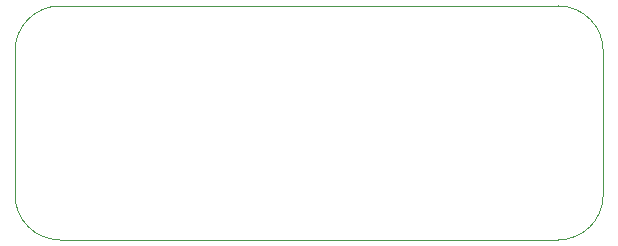
<source format=gm1>
G04 #@! TF.GenerationSoftware,KiCad,Pcbnew,5.1.4*
G04 #@! TF.CreationDate,2019-09-17T23:22:18+02:00*
G04 #@! TF.ProjectId,Tunnelling-Amp,54756e6e-656c-46c6-996e-672d416d702e,rev?*
G04 #@! TF.SameCoordinates,Original*
G04 #@! TF.FileFunction,Profile,NP*
%FSLAX46Y46*%
G04 Gerber Fmt 4.6, Leading zero omitted, Abs format (unit mm)*
G04 Created by KiCad (PCBNEW 5.1.4) date 2019-09-17 23:22:18*
%MOMM*%
%LPD*%
G04 APERTURE LIST*
%ADD10C,0.050000*%
G04 APERTURE END LIST*
D10*
X137300000Y-131215000D02*
X137300000Y-119115000D01*
X91300000Y-135015000D02*
X133500000Y-135015000D01*
X87500000Y-119015000D02*
X87500000Y-131215000D01*
X133500000Y-115213684D02*
X91300000Y-115215000D01*
X137300000Y-131215000D02*
G75*
G02X133500000Y-135015000I-3800000J0D01*
G01*
X133500000Y-115213684D02*
G75*
G02X137300000Y-119115000I0J-3801316D01*
G01*
X87500000Y-119015000D02*
G75*
G02X91300000Y-115215000I3800000J0D01*
G01*
X91300000Y-135015000D02*
G75*
G02X87500000Y-131215000I0J3800000D01*
G01*
M02*

</source>
